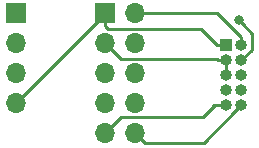
<source format=gbr>
G04 #@! TF.GenerationSoftware,KiCad,Pcbnew,(5.0.0)*
G04 #@! TF.CreationDate,2020-06-03T16:47:07-06:00*
G04 #@! TF.ProjectId,JlinkMini2TC2050,4A6C696E6B4D696E6932544332303530,rev?*
G04 #@! TF.SameCoordinates,Original*
G04 #@! TF.FileFunction,Copper,L2,Bot,Signal*
G04 #@! TF.FilePolarity,Positive*
%FSLAX46Y46*%
G04 Gerber Fmt 4.6, Leading zero omitted, Abs format (unit mm)*
G04 Created by KiCad (PCBNEW (5.0.0)) date 06/03/20 16:47:07*
%MOMM*%
%LPD*%
G01*
G04 APERTURE LIST*
G04 #@! TA.AperFunction,ComponentPad*
%ADD10R,1.000000X1.000000*%
G04 #@! TD*
G04 #@! TA.AperFunction,ComponentPad*
%ADD11O,1.000000X1.000000*%
G04 #@! TD*
G04 #@! TA.AperFunction,ComponentPad*
%ADD12R,1.700000X1.700000*%
G04 #@! TD*
G04 #@! TA.AperFunction,ComponentPad*
%ADD13O,1.700000X1.700000*%
G04 #@! TD*
G04 #@! TA.AperFunction,ViaPad*
%ADD14C,0.800000*%
G04 #@! TD*
G04 #@! TA.AperFunction,Conductor*
%ADD15C,0.250000*%
G04 #@! TD*
G04 APERTURE END LIST*
D10*
G04 #@! TO.P,J1,1*
G04 #@! TO.N,VTRef*
X48260000Y-36830000D03*
D11*
G04 #@! TO.P,J1,2*
G04 #@! TO.N,SWDIO*
X49530000Y-36830000D03*
G04 #@! TO.P,J1,3*
G04 #@! TO.N,GND*
X48260000Y-38100000D03*
G04 #@! TO.P,J1,4*
G04 #@! TO.N,SWDCLK*
X49530000Y-38100000D03*
G04 #@! TO.P,J1,5*
G04 #@! TO.N,GND*
X48260000Y-39370000D03*
G04 #@! TO.P,J1,6*
G04 #@! TO.N,SWO*
X49530000Y-39370000D03*
G04 #@! TO.P,J1,7*
G04 #@! TO.N,N/C*
X48260000Y-40640000D03*
G04 #@! TO.P,J1,8*
G04 #@! TO.N,TDI*
X49530000Y-40640000D03*
G04 #@! TO.P,J1,9*
G04 #@! TO.N,NC*
X48260000Y-41910000D03*
G04 #@! TO.P,J1,10*
G04 #@! TO.N,nRESET*
X49530000Y-41910000D03*
G04 #@! TD*
D12*
G04 #@! TO.P,J2,1*
G04 #@! TO.N,VTRef*
X38025001Y-34085001D03*
D13*
G04 #@! TO.P,J2,2*
G04 #@! TO.N,SWDIO*
X40565001Y-34085001D03*
G04 #@! TO.P,J2,3*
G04 #@! TO.N,GND*
X38025001Y-36625001D03*
G04 #@! TO.P,J2,4*
G04 #@! TO.N,SWDCLK*
X40565001Y-36625001D03*
G04 #@! TO.P,J2,5*
G04 #@! TO.N,GND*
X38025001Y-39165001D03*
G04 #@! TO.P,J2,6*
G04 #@! TO.N,SWO*
X40565001Y-39165001D03*
G04 #@! TO.P,J2,7*
G04 #@! TO.N,N/C*
X38025001Y-41705001D03*
G04 #@! TO.P,J2,8*
G04 #@! TO.N,TDI*
X40565001Y-41705001D03*
G04 #@! TO.P,J2,9*
G04 #@! TO.N,NC*
X38025001Y-44245001D03*
G04 #@! TO.P,J2,10*
G04 #@! TO.N,nRESET*
X40565001Y-44245001D03*
G04 #@! TD*
D12*
G04 #@! TO.P,J3,1*
G04 #@! TO.N,SWDIO*
X30480000Y-34085001D03*
D13*
G04 #@! TO.P,J3,2*
G04 #@! TO.N,SWDCLK*
X30480000Y-36625001D03*
G04 #@! TO.P,J3,3*
G04 #@! TO.N,GND*
X30480000Y-39165001D03*
G04 #@! TO.P,J3,4*
G04 #@! TO.N,VTRef*
X30480000Y-41705001D03*
G04 #@! TD*
D14*
G04 #@! TO.N,SWDCLK*
X49326800Y-34721800D03*
G04 #@! TD*
D15*
G04 #@! TO.N,VTRef*
X38025001Y-34160000D02*
X38025001Y-34085001D01*
X30480000Y-41705001D02*
X38025001Y-34160000D01*
X47510000Y-36830000D02*
X48260000Y-36830000D01*
X46130000Y-35450000D02*
X47510000Y-36830000D01*
X38290000Y-35450000D02*
X46130000Y-35450000D01*
X38025001Y-35185001D02*
X38290000Y-35450000D01*
X38025001Y-34085001D02*
X38025001Y-35185001D01*
G04 #@! TO.N,SWDIO*
X49530000Y-36122894D02*
X49530000Y-36830000D01*
X47492107Y-34085001D02*
X49530000Y-36122894D01*
X40565001Y-34085001D02*
X47492107Y-34085001D01*
G04 #@! TO.N,GND*
X47552894Y-38100000D02*
X48260000Y-38100000D01*
X47442894Y-37990000D02*
X47552894Y-38100000D01*
X39390000Y-37990000D02*
X47442894Y-37990000D01*
X38025001Y-36625001D02*
X39390000Y-37990000D01*
X48260000Y-38100000D02*
X48260000Y-39370000D01*
G04 #@! TO.N,SWDCLK*
X49726799Y-35121799D02*
X49326800Y-34721800D01*
X50437999Y-37192001D02*
X50437999Y-35832999D01*
X50437999Y-35832999D02*
X49726799Y-35121799D01*
X49530000Y-38100000D02*
X50437999Y-37192001D01*
G04 #@! TO.N,NC*
X38875000Y-43395002D02*
X38025001Y-44245001D01*
X39390000Y-42880002D02*
X38875000Y-43395002D01*
X46324798Y-42880002D02*
X39390000Y-42880002D01*
X47294800Y-41910000D02*
X46324798Y-42880002D01*
X47294800Y-41910000D02*
X47167800Y-41910000D01*
X48260000Y-41910000D02*
X47294800Y-41910000D01*
G04 #@! TO.N,nRESET*
X49030001Y-42409999D02*
X49530000Y-41910000D01*
X46345000Y-45095000D02*
X49030001Y-42409999D01*
X41415000Y-45095000D02*
X46345000Y-45095000D01*
X40565001Y-44245001D02*
X41415000Y-45095000D01*
G04 #@! TD*
M02*

</source>
